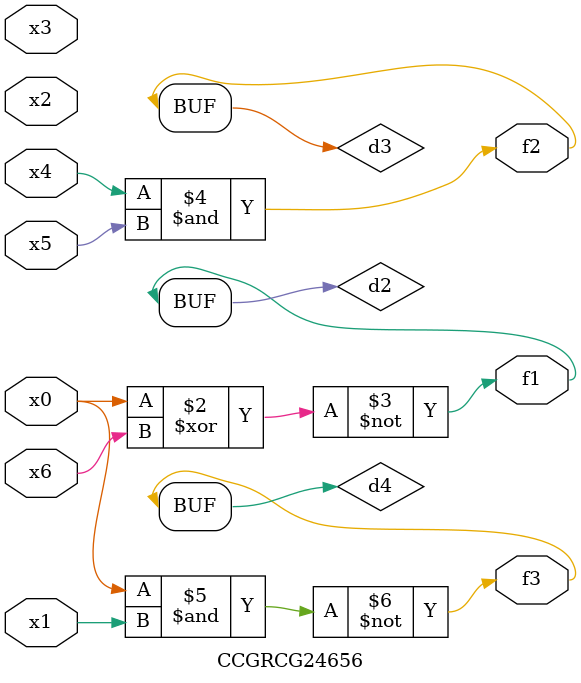
<source format=v>
module CCGRCG24656(
	input x0, x1, x2, x3, x4, x5, x6,
	output f1, f2, f3
);

	wire d1, d2, d3, d4;

	nor (d1, x0);
	xnor (d2, x0, x6);
	and (d3, x4, x5);
	nand (d4, x0, x1);
	assign f1 = d2;
	assign f2 = d3;
	assign f3 = d4;
endmodule

</source>
